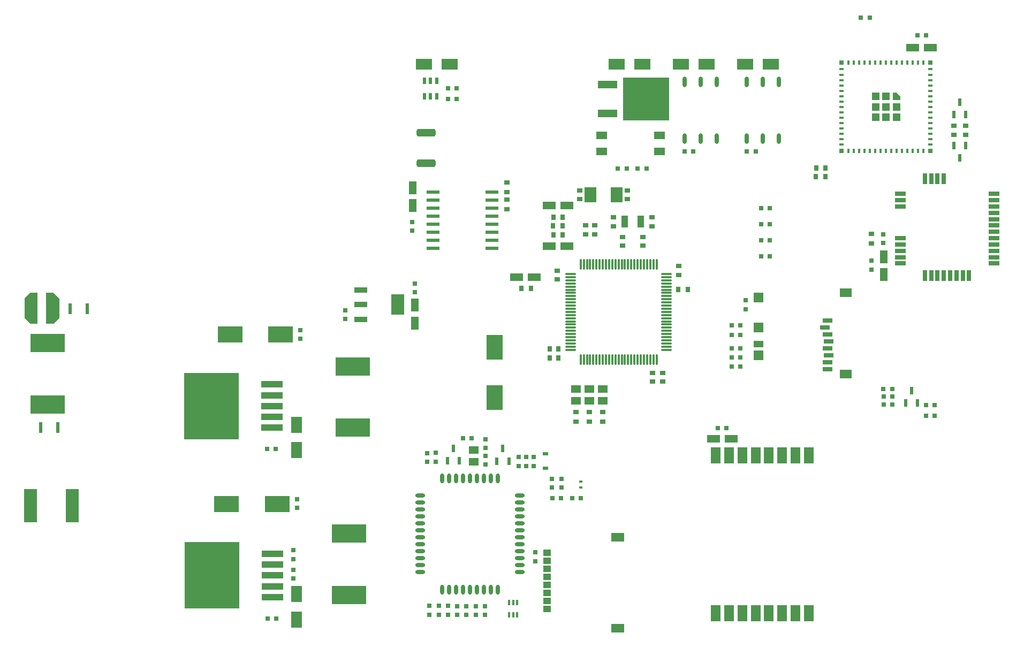
<source format=gtp>
G04*
G04 #@! TF.GenerationSoftware,Altium Limited,Altium Designer,21.8.1 (53)*
G04*
G04 Layer_Color=8421504*
%FSLAX25Y25*%
%MOIN*%
G70*
G04*
G04 #@! TF.SameCoordinates,C8D47062-8F1F-4A6C-B0F1-C45CC90B983E*
G04*
G04*
G04 #@! TF.FilePolarity,Positive*
G04*
G01*
G75*
%ADD21R,0.04724X0.03937*%
%ADD22R,0.07874X0.05315*%
%ADD23R,0.07087X0.02756*%
%ADD24R,0.02756X0.07087*%
%ADD25R,0.08465X0.12795*%
%ADD26R,0.08465X0.03740*%
%ADD27R,0.03000X0.03000*%
%ADD28R,0.04724X0.07874*%
%ADD29R,0.07874X0.04724*%
%ADD30R,0.02756X0.03543*%
%ADD31R,0.03000X0.03000*%
G04:AMPARAMS|DCode=32|XSize=80.71mil|YSize=23.23mil|CornerRadius=2.9mil|HoleSize=0mil|Usage=FLASHONLY|Rotation=0.000|XOffset=0mil|YOffset=0mil|HoleType=Round|Shape=RoundedRectangle|*
%AMROUNDEDRECTD32*
21,1,0.08071,0.01742,0,0,0.0*
21,1,0.07490,0.02323,0,0,0.0*
1,1,0.00581,0.03745,-0.00871*
1,1,0.00581,-0.03745,-0.00871*
1,1,0.00581,-0.03745,0.00871*
1,1,0.00581,0.03745,0.00871*
%
%ADD32ROUNDEDRECTD32*%
%ADD33R,0.03543X0.02756*%
%ADD34R,0.03543X0.03150*%
%ADD35R,0.04331X0.07480*%
%ADD36R,0.03150X0.03150*%
%ADD37R,0.04724X0.04724*%
%ADD38R,0.03150X0.01575*%
%ADD39R,0.01575X0.03150*%
%ADD40R,0.02362X0.05118*%
%ADD41R,0.05906X0.05118*%
%ADD42R,0.03150X0.03543*%
%ADD43R,0.07480X0.09449*%
%ADD44O,0.01181X0.07087*%
%ADD45O,0.07087X0.01181*%
%ADD46R,0.05906X0.03150*%
%ADD47R,0.07480X0.05512*%
%ADD48R,0.05906X0.06299*%
%ADD49R,0.05906X0.05906*%
%ADD50R,0.05906X0.03937*%
%ADD51R,0.12008X0.04921*%
%ADD52R,0.28740X0.26772*%
%ADD53R,0.06500X0.05100*%
%ADD54R,0.09843X0.06693*%
%ADD55O,0.02559X0.06496*%
%ADD56R,0.03268X0.02480*%
%ADD57R,0.01965X0.01781*%
%ADD58R,0.01575X0.03347*%
%ADD59R,0.33858X0.41339*%
%ADD60R,0.13780X0.04331*%
%ADD61R,0.06693X0.09843*%
%ADD62R,0.21260X0.11417*%
%ADD63R,0.04724X0.19291*%
%ADD64R,0.02362X0.06693*%
%ADD65R,0.07874X0.20866*%
%ADD66R,0.02362X0.03937*%
%ADD67R,0.15748X0.09843*%
%ADD68R,0.09843X0.15748*%
G04:AMPARAMS|DCode=69|XSize=47.24mil|YSize=118.11mil|CornerRadius=11.81mil|HoleSize=0mil|Usage=FLASHONLY|Rotation=270.000|XOffset=0mil|YOffset=0mil|HoleType=Round|Shape=RoundedRectangle|*
%AMROUNDEDRECTD69*
21,1,0.04724,0.09449,0,0,270.0*
21,1,0.02362,0.11811,0,0,270.0*
1,1,0.02362,-0.04724,-0.01181*
1,1,0.02362,-0.04724,0.01181*
1,1,0.02362,0.04724,0.01181*
1,1,0.02362,0.04724,-0.01181*
%
%ADD69ROUNDEDRECTD69*%
%ADD70R,0.05906X0.09843*%
%ADD71O,0.02362X0.06299*%
%ADD72O,0.06299X0.02362*%
G36*
X-37268Y164547D02*
X-33724Y161004D01*
X-29000D01*
Y180295D01*
X-33724D01*
X-37268Y176752D01*
Y164547D01*
D02*
G37*
G36*
X-15614Y176752D02*
X-19157Y180295D01*
X-23882D01*
Y161004D01*
X-19157D01*
X-15614Y164547D01*
Y176752D01*
D02*
G37*
G36*
X503376Y300187D02*
Y304912D01*
X505738D01*
X508100Y302550D01*
Y300187D01*
X503376D01*
D02*
G37*
D21*
X288138Y18167D02*
D03*
Y8167D02*
D03*
Y-1833D02*
D03*
Y-11833D02*
D03*
Y13167D02*
D03*
Y3167D02*
D03*
Y-6833D02*
D03*
Y-16833D02*
D03*
D22*
X332232Y-28762D02*
D03*
Y27931D02*
D03*
D23*
X566372Y198512D02*
D03*
X566372Y202449D02*
D03*
X566372Y206386D02*
D03*
X566372Y210323D02*
D03*
X566372Y214260D02*
D03*
X566372Y218197D02*
D03*
X566372Y222134D02*
D03*
X566372Y226071D02*
D03*
X566372Y230008D02*
D03*
X566372Y233945D02*
D03*
X566372Y237882D02*
D03*
X566372Y241819D02*
D03*
X508104Y198512D02*
D03*
X508104Y202449D02*
D03*
X508104Y206386D02*
D03*
X508104Y210323D02*
D03*
X508104Y214260D02*
D03*
X508104Y233945D02*
D03*
X508104Y237882D02*
D03*
X508104Y241819D02*
D03*
D24*
X523458Y191032D02*
D03*
X527395D02*
D03*
X531332D02*
D03*
X535269D02*
D03*
X539206D02*
D03*
X543143D02*
D03*
X547080D02*
D03*
X551017D02*
D03*
X523458Y251268D02*
D03*
X527395D02*
D03*
X531332D02*
D03*
X535269D02*
D03*
D25*
X195100Y172800D02*
D03*
D26*
X172265Y163745D02*
D03*
Y172800D02*
D03*
Y181855D02*
D03*
D27*
X205747Y186068D02*
D03*
Y180568D02*
D03*
X490238Y200290D02*
D03*
Y194790D02*
D03*
X497638Y211250D02*
D03*
Y216750D02*
D03*
X411838Y170099D02*
D03*
Y175600D02*
D03*
X243703Y-20512D02*
D03*
Y-15012D02*
D03*
X232315Y-20512D02*
D03*
Y-15012D02*
D03*
X220926Y-20262D02*
D03*
Y-14762D02*
D03*
X214933Y-20263D02*
D03*
Y-14763D02*
D03*
X226620Y-20263D02*
D03*
Y-14763D02*
D03*
X238009Y-20513D02*
D03*
Y-15013D02*
D03*
X249397D02*
D03*
Y-20513D02*
D03*
X218942Y80488D02*
D03*
Y74988D02*
D03*
X213445Y80438D02*
D03*
Y74938D02*
D03*
X280732Y18588D02*
D03*
Y13088D02*
D03*
X249706Y78788D02*
D03*
Y73288D02*
D03*
Y89010D02*
D03*
Y83510D02*
D03*
X132492Y46265D02*
D03*
Y51765D02*
D03*
X130048Y19894D02*
D03*
Y14394D02*
D03*
Y2173D02*
D03*
Y7673D02*
D03*
X162600Y163850D02*
D03*
Y169350D02*
D03*
X204324Y218913D02*
D03*
Y224413D02*
D03*
X297118Y64333D02*
D03*
Y58833D02*
D03*
X291232Y64333D02*
D03*
Y58833D02*
D03*
X275088Y72410D02*
D03*
Y77910D02*
D03*
X279786Y72410D02*
D03*
Y77910D02*
D03*
X270390Y72410D02*
D03*
Y77910D02*
D03*
X134446Y151499D02*
D03*
Y156999D02*
D03*
D28*
X205747Y161462D02*
D03*
Y172486D02*
D03*
X204423Y234655D02*
D03*
Y245679D02*
D03*
X497862Y202761D02*
D03*
Y191738D02*
D03*
D29*
X269162Y189989D02*
D03*
X280186D02*
D03*
X289640Y234592D02*
D03*
X300664D02*
D03*
X515826Y333050D02*
D03*
X526850D02*
D03*
X300664Y209350D02*
D03*
X289640D02*
D03*
X391826Y89388D02*
D03*
X402850D02*
D03*
D30*
X278091Y182847D02*
D03*
X272185D02*
D03*
X455685Y252537D02*
D03*
X461591D02*
D03*
X455785Y258050D02*
D03*
X461691D02*
D03*
X291888Y221950D02*
D03*
X297794D02*
D03*
X369943Y182360D02*
D03*
X375849D02*
D03*
D31*
X231987Y300939D02*
D03*
X226487D02*
D03*
X226488Y307650D02*
D03*
X231988D02*
D03*
X344573Y257597D02*
D03*
X350073D02*
D03*
X337852Y257597D02*
D03*
X332352D02*
D03*
X426899Y232950D02*
D03*
X421399D02*
D03*
X426899Y222949D02*
D03*
X421399D02*
D03*
X426899Y212949D02*
D03*
X421399D02*
D03*
X426899Y202950D02*
D03*
X421399D02*
D03*
X524288Y340673D02*
D03*
X518788D02*
D03*
X529567Y110191D02*
D03*
X524067D02*
D03*
X529567Y103481D02*
D03*
X524067D02*
D03*
X503167Y120201D02*
D03*
X497668D02*
D03*
X497725Y115491D02*
D03*
X503225D02*
D03*
X503226Y110781D02*
D03*
X497725D02*
D03*
X408676Y140019D02*
D03*
X403176D02*
D03*
X408588Y145649D02*
D03*
X403088D02*
D03*
X408588Y153833D02*
D03*
X403088D02*
D03*
X394388Y96012D02*
D03*
X399888D02*
D03*
X408588Y159836D02*
D03*
X403088D02*
D03*
X408676Y134389D02*
D03*
X403176D02*
D03*
X379301Y268439D02*
D03*
X373801D02*
D03*
X412601D02*
D03*
X418101D02*
D03*
X483688Y351550D02*
D03*
X489188D02*
D03*
X296982Y52341D02*
D03*
X291482D02*
D03*
X309333D02*
D03*
X303833D02*
D03*
X241297Y89509D02*
D03*
X235797D02*
D03*
X113829Y83015D02*
D03*
X119329D02*
D03*
X114055Y-22585D02*
D03*
X119555D02*
D03*
D32*
X253754Y243100D02*
D03*
Y238100D02*
D03*
Y233100D02*
D03*
Y228100D02*
D03*
Y223100D02*
D03*
Y218100D02*
D03*
Y213100D02*
D03*
Y208100D02*
D03*
X217100D02*
D03*
Y213100D02*
D03*
Y218100D02*
D03*
Y223100D02*
D03*
Y228100D02*
D03*
Y233100D02*
D03*
Y238100D02*
D03*
Y243100D02*
D03*
D33*
X263200Y248853D02*
D03*
Y242947D02*
D03*
X263200Y232247D02*
D03*
Y238153D02*
D03*
X541445Y284402D02*
D03*
Y278497D02*
D03*
X548925Y278497D02*
D03*
Y284402D02*
D03*
X490238Y216902D02*
D03*
Y210997D02*
D03*
X306178Y100070D02*
D03*
Y105975D02*
D03*
X314458Y100070D02*
D03*
Y105975D02*
D03*
X322739Y100070D02*
D03*
Y105975D02*
D03*
D34*
X317713Y216644D02*
D03*
Y222156D02*
D03*
X338338Y244104D02*
D03*
Y238593D02*
D03*
X329493Y227306D02*
D03*
Y221794D02*
D03*
X347838Y215106D02*
D03*
Y209594D02*
D03*
X353606Y221680D02*
D03*
Y227191D02*
D03*
X370337Y196805D02*
D03*
Y191294D02*
D03*
X294638Y188494D02*
D03*
Y194005D02*
D03*
X353725Y130405D02*
D03*
Y124894D02*
D03*
X360238Y130447D02*
D03*
Y124935D02*
D03*
X335238Y209594D02*
D03*
Y215106D02*
D03*
X312200Y216644D02*
D03*
Y222156D02*
D03*
X308462Y238593D02*
D03*
Y244104D02*
D03*
D35*
X336616Y224550D02*
D03*
X346459D02*
D03*
D36*
X526801Y323613D02*
D03*
Y268495D02*
D03*
X471683D02*
D03*
Y323613D02*
D03*
D37*
X505738Y296054D02*
D03*
Y289558D02*
D03*
X499242D02*
D03*
X492746D02*
D03*
Y296054D02*
D03*
X499242Y302550D02*
D03*
X492746D02*
D03*
X499242Y296054D02*
D03*
D38*
X526801Y319479D02*
D03*
Y316132D02*
D03*
Y312786D02*
D03*
Y309439D02*
D03*
Y306093D02*
D03*
Y302746D02*
D03*
Y299400D02*
D03*
Y296054D02*
D03*
Y292707D02*
D03*
Y289361D02*
D03*
Y286014D02*
D03*
Y282668D02*
D03*
Y279321D02*
D03*
Y275975D02*
D03*
Y272628D02*
D03*
X471683D02*
D03*
Y275975D02*
D03*
Y279321D02*
D03*
Y282668D02*
D03*
Y286014D02*
D03*
Y289361D02*
D03*
Y292707D02*
D03*
Y296054D02*
D03*
Y299400D02*
D03*
Y302746D02*
D03*
Y306093D02*
D03*
Y309439D02*
D03*
Y312786D02*
D03*
Y316132D02*
D03*
Y319479D02*
D03*
D39*
X522667Y268495D02*
D03*
X519320D02*
D03*
X515974D02*
D03*
X512628D02*
D03*
X509281D02*
D03*
X505935D02*
D03*
X502588D02*
D03*
X499242D02*
D03*
X495895D02*
D03*
X492549D02*
D03*
X489202D02*
D03*
X485856D02*
D03*
X482510D02*
D03*
X479163D02*
D03*
X475817D02*
D03*
Y323613D02*
D03*
X479163D02*
D03*
X482510D02*
D03*
X485856D02*
D03*
X489202D02*
D03*
X492549D02*
D03*
X495895D02*
D03*
X499242D02*
D03*
X502588D02*
D03*
X505935D02*
D03*
X509281D02*
D03*
X512628D02*
D03*
X515974D02*
D03*
X519320D02*
D03*
X522667D02*
D03*
D40*
X548925Y272098D02*
D03*
X541445D02*
D03*
X545185Y264224D02*
D03*
X541445Y291201D02*
D03*
X548925D02*
D03*
X545185Y299075D02*
D03*
X511417Y111555D02*
D03*
X518897D02*
D03*
X515157Y119429D02*
D03*
X226128Y75483D02*
D03*
X233608D02*
D03*
X229868Y83357D02*
D03*
X256892Y75283D02*
D03*
X264373D02*
D03*
X260632Y83157D02*
D03*
D41*
X306178Y120346D02*
D03*
Y112866D02*
D03*
X314458Y120346D02*
D03*
Y112866D02*
D03*
X322739Y120346D02*
D03*
Y112866D02*
D03*
X242432Y74938D02*
D03*
Y82418D02*
D03*
D42*
X297794Y216437D02*
D03*
X292282D02*
D03*
X297694Y227463D02*
D03*
X292182D02*
D03*
X295335Y145240D02*
D03*
X289824D02*
D03*
X295295Y139727D02*
D03*
X289783D02*
D03*
D43*
X331470Y241362D02*
D03*
X315329D02*
D03*
D44*
X356360Y198074D02*
D03*
X354391D02*
D03*
X352423D02*
D03*
X350454D02*
D03*
X348486D02*
D03*
X346517D02*
D03*
X344549D02*
D03*
X342580D02*
D03*
X340612D02*
D03*
X338643D02*
D03*
X336675D02*
D03*
X334706D02*
D03*
X332738D02*
D03*
X330769D02*
D03*
X328801D02*
D03*
X326832D02*
D03*
X324864D02*
D03*
X322895D02*
D03*
X320927D02*
D03*
X318958D02*
D03*
X316990D02*
D03*
X315021D02*
D03*
X313053D02*
D03*
X311084D02*
D03*
X309116D02*
D03*
Y138625D02*
D03*
X311084D02*
D03*
X313053D02*
D03*
X315021D02*
D03*
X316990D02*
D03*
X318958D02*
D03*
X320927D02*
D03*
X322895D02*
D03*
X324864D02*
D03*
X326832D02*
D03*
X328801D02*
D03*
X330769D02*
D03*
X332738D02*
D03*
X334706D02*
D03*
X336675D02*
D03*
X338643D02*
D03*
X340612D02*
D03*
X342580D02*
D03*
X344549D02*
D03*
X346517D02*
D03*
X348486D02*
D03*
X350454D02*
D03*
X352423D02*
D03*
X354391D02*
D03*
X356360D02*
D03*
D45*
X303013Y191972D02*
D03*
Y190003D02*
D03*
Y188034D02*
D03*
Y186066D02*
D03*
Y184098D02*
D03*
Y182129D02*
D03*
Y180160D02*
D03*
Y178192D02*
D03*
Y176224D02*
D03*
Y174255D02*
D03*
Y172286D02*
D03*
Y170318D02*
D03*
Y168350D02*
D03*
Y166381D02*
D03*
Y164412D02*
D03*
Y162444D02*
D03*
Y160476D02*
D03*
Y158507D02*
D03*
Y156538D02*
D03*
Y154570D02*
D03*
Y152602D02*
D03*
Y150633D02*
D03*
Y148664D02*
D03*
Y146696D02*
D03*
Y144728D02*
D03*
X362462D02*
D03*
Y146696D02*
D03*
Y148664D02*
D03*
Y150633D02*
D03*
Y152602D02*
D03*
Y154570D02*
D03*
Y156538D02*
D03*
Y158507D02*
D03*
Y160476D02*
D03*
Y162444D02*
D03*
Y164412D02*
D03*
Y166381D02*
D03*
Y168350D02*
D03*
Y170318D02*
D03*
Y172286D02*
D03*
Y174255D02*
D03*
Y176224D02*
D03*
Y178192D02*
D03*
Y180160D02*
D03*
Y182129D02*
D03*
Y184098D02*
D03*
Y186066D02*
D03*
Y188034D02*
D03*
Y190003D02*
D03*
Y191972D02*
D03*
D46*
X462888Y132739D02*
D03*
Y137070D02*
D03*
X463676Y141401D02*
D03*
X462888Y145731D02*
D03*
X463676Y150062D02*
D03*
X462888Y154393D02*
D03*
X461314Y158723D02*
D03*
X462888Y163054D02*
D03*
D47*
X474109Y129629D02*
D03*
Y180416D02*
D03*
D48*
X419975Y141243D02*
D03*
Y177463D02*
D03*
D49*
Y158566D02*
D03*
D50*
Y148330D02*
D03*
D51*
X326009Y309838D02*
D03*
Y291806D02*
D03*
D52*
X350025Y300822D02*
D03*
D53*
X358051Y268402D02*
D03*
Y278402D02*
D03*
X322151D02*
D03*
Y268402D02*
D03*
D54*
X331656Y322650D02*
D03*
X347404D02*
D03*
X371666D02*
D03*
X387414D02*
D03*
X411676D02*
D03*
X427424D02*
D03*
X211651D02*
D03*
X227399D02*
D03*
D55*
X393801Y311511D02*
D03*
X383801D02*
D03*
X373801D02*
D03*
X393801Y276275D02*
D03*
X383801D02*
D03*
X373801D02*
D03*
X432601Y311511D02*
D03*
X422601D02*
D03*
X412601D02*
D03*
X432601Y276275D02*
D03*
X422601D02*
D03*
X412601D02*
D03*
D56*
X287256Y71048D02*
D03*
Y79828D02*
D03*
D57*
X309333Y59061D02*
D03*
Y62614D02*
D03*
D58*
X264573Y-12722D02*
D03*
Y-20202D02*
D03*
X267132D02*
D03*
X269691D02*
D03*
Y-12722D02*
D03*
X267132D02*
D03*
D59*
X79539Y4150D02*
D03*
X79245Y109749D02*
D03*
D60*
X117138Y17535D02*
D03*
Y10842D02*
D03*
Y4150D02*
D03*
Y-2543D02*
D03*
Y-9236D02*
D03*
X116843Y123135D02*
D03*
Y116442D02*
D03*
Y109749D02*
D03*
Y103056D02*
D03*
Y96363D02*
D03*
D61*
X132161Y-23229D02*
D03*
Y-7481D02*
D03*
X132100Y82375D02*
D03*
Y98123D02*
D03*
D62*
X167138Y134339D02*
D03*
Y96150D02*
D03*
X164954Y30239D02*
D03*
Y-7950D02*
D03*
X-22701Y148979D02*
D03*
Y110790D02*
D03*
D63*
X-31362Y170650D02*
D03*
X-21520D02*
D03*
D64*
X-8704Y170338D02*
D03*
X2021D02*
D03*
X-16500Y96322D02*
D03*
X-27224D02*
D03*
D65*
X-33354Y47650D02*
D03*
X-7370D02*
D03*
D66*
X211898Y312397D02*
D03*
X219378D02*
D03*
Y302554D02*
D03*
X215638D02*
D03*
X211898D02*
D03*
X215638Y312397D02*
D03*
D67*
X120189Y48655D02*
D03*
X88693D02*
D03*
X122272Y154254D02*
D03*
X90776D02*
D03*
D68*
X255438Y146298D02*
D03*
Y114802D02*
D03*
D69*
X212796Y260936D02*
D03*
Y279834D02*
D03*
D70*
X451163Y-19464D02*
D03*
X442895D02*
D03*
X434627D02*
D03*
X426359D02*
D03*
X418092D02*
D03*
X409824D02*
D03*
X401556D02*
D03*
X393289D02*
D03*
Y78961D02*
D03*
X401556D02*
D03*
X409824D02*
D03*
X418092D02*
D03*
X426359D02*
D03*
X434627D02*
D03*
X442895D02*
D03*
X451163D02*
D03*
D71*
X240232Y-4554D02*
D03*
X235902D02*
D03*
X231571D02*
D03*
X227240D02*
D03*
X222910D02*
D03*
X257555D02*
D03*
X253224D02*
D03*
X248894D02*
D03*
X244563D02*
D03*
X240232Y64738D02*
D03*
X235902D02*
D03*
X231571D02*
D03*
X227240D02*
D03*
X222910D02*
D03*
X257555D02*
D03*
X253224D02*
D03*
X248894D02*
D03*
X244563D02*
D03*
D72*
X209327Y32257D02*
D03*
Y27927D02*
D03*
Y36588D02*
D03*
Y40919D02*
D03*
Y45250D02*
D03*
Y49580D02*
D03*
Y53911D02*
D03*
Y6273D02*
D03*
Y10604D02*
D03*
Y14935D02*
D03*
Y19265D02*
D03*
Y23596D02*
D03*
X271138Y32257D02*
D03*
Y27927D02*
D03*
Y36588D02*
D03*
Y40919D02*
D03*
Y45250D02*
D03*
Y49580D02*
D03*
Y6273D02*
D03*
Y10604D02*
D03*
Y14935D02*
D03*
Y19265D02*
D03*
Y23596D02*
D03*
Y53911D02*
D03*
M02*

</source>
